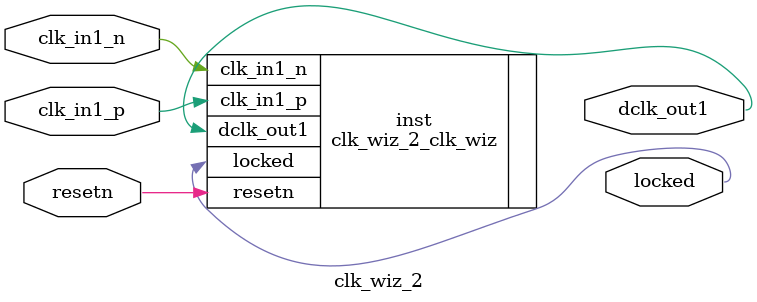
<source format=v>


`timescale 1ps/1ps

(* CORE_GENERATION_INFO = "clk_wiz_2,clk_wiz_v6_0_9_0_0,{component_name=clk_wiz_2,use_phase_alignment=true,use_min_o_jitter=false,use_max_i_jitter=false,use_dyn_phase_shift=false,use_inclk_switchover=false,use_dyn_reconfig=false,enable_axi=0,feedback_source=FDBK_AUTO,PRIMITIVE=MMCM,num_out_clk=1,clkin1_period=10.000,clkin2_period=10.000,use_power_down=false,use_reset=true,use_locked=true,use_inclk_stopped=false,feedback_type=SINGLE,CLOCK_MGR_TYPE=NA,manual_override=false}" *)

module clk_wiz_2 
 (
  // Clock out ports
  output        dclk_out1,
  // Status and control signals
  input         resetn,
  output        locked,
 // Clock in ports
  input         clk_in1_p,
  input         clk_in1_n
 );

  clk_wiz_2_clk_wiz inst
  (
  // Clock out ports  
  .dclk_out1(dclk_out1),
  // Status and control signals               
  .resetn(resetn), 
  .locked(locked),
 // Clock in ports
  .clk_in1_p(clk_in1_p),
  .clk_in1_n(clk_in1_n)
  );

endmodule

</source>
